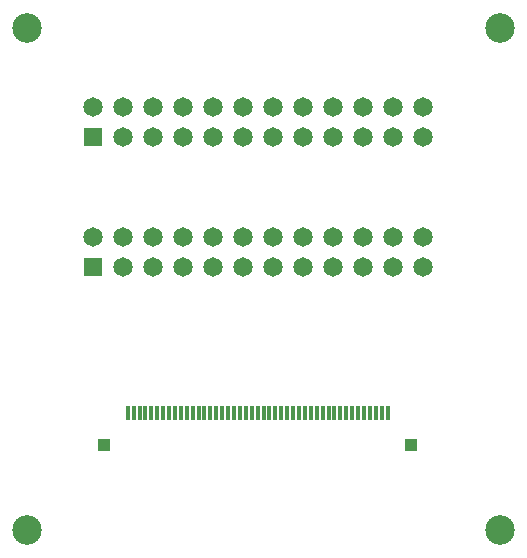
<source format=gbr>
%TF.GenerationSoftware,Altium Limited,Altium Designer,23.2.1 (34)*%
G04 Layer_Color=255*
%FSLAX45Y45*%
%MOMM*%
%TF.SameCoordinates,7D16A08E-AD26-414A-B05A-F9FA4662990C*%
%TF.FilePolarity,Positive*%
%TF.FileFunction,Pads,Top*%
%TF.Part,Single*%
G01*
G75*
%TA.AperFunction,SMDPad,CuDef*%
%ADD10R,1.00000X1.00000*%
%ADD11R,0.30000X1.20000*%
%TA.AperFunction,ComponentPad*%
%ADD13C,1.65000*%
%ADD14R,1.65000X1.65000*%
%TA.AperFunction,ViaPad*%
%ADD15C,2.50000*%
D10*
X5999998Y3467882D02*
D03*
X3399999D02*
D03*
D11*
X5799999Y3742878D02*
D03*
X5750001D02*
D03*
X5699999D02*
D03*
X5650002D02*
D03*
X5599999D02*
D03*
X5550002D02*
D03*
X5499999D02*
D03*
X5450002D02*
D03*
X5400000D02*
D03*
X5350002D02*
D03*
X5300000D02*
D03*
X5250002D02*
D03*
X5200000D02*
D03*
X5150003D02*
D03*
X5100000D02*
D03*
X5050003D02*
D03*
X5000000D02*
D03*
X4950003D02*
D03*
X4900001D02*
D03*
X4850003D02*
D03*
X4800001D02*
D03*
X4749998D02*
D03*
X4700001D02*
D03*
X4649999D02*
D03*
X4600001D02*
D03*
X4549999D02*
D03*
X4500001D02*
D03*
X4449999D02*
D03*
X4400002D02*
D03*
X4349999D02*
D03*
X4300002D02*
D03*
X4249999D02*
D03*
X4200002D02*
D03*
X4150000D02*
D03*
X4100002D02*
D03*
X4050000D02*
D03*
X4000002D02*
D03*
X3950000D02*
D03*
X3900003D02*
D03*
X3850000D02*
D03*
X3800003D02*
D03*
X3750000D02*
D03*
X3700003D02*
D03*
X3650001D02*
D03*
X3600003D02*
D03*
D13*
X6097006Y6332382D02*
D03*
X5843006D02*
D03*
X6097006Y6078382D02*
D03*
X5843006D02*
D03*
X5335006Y6332382D02*
D03*
Y6078382D02*
D03*
X4827006Y6332382D02*
D03*
Y6078382D02*
D03*
X4065006Y6332382D02*
D03*
Y6078382D02*
D03*
X3811006Y6332382D02*
D03*
Y6078382D02*
D03*
X3303006Y6332382D02*
D03*
X3557006Y6078382D02*
D03*
Y6332382D02*
D03*
X4319006Y6078382D02*
D03*
Y6332382D02*
D03*
X4573006Y6078382D02*
D03*
Y6332382D02*
D03*
X5081006Y6078382D02*
D03*
Y6332382D02*
D03*
X5589006Y6078382D02*
D03*
Y6332382D02*
D03*
X6097001Y5232374D02*
D03*
X5843001D02*
D03*
X6097001Y4978374D02*
D03*
X5843001D02*
D03*
X5335001Y5232374D02*
D03*
Y4978374D02*
D03*
X4827001Y5232374D02*
D03*
Y4978374D02*
D03*
X4065001Y5232374D02*
D03*
Y4978374D02*
D03*
X3811001Y5232374D02*
D03*
Y4978374D02*
D03*
X3303001Y5232374D02*
D03*
X3557001Y4978374D02*
D03*
Y5232374D02*
D03*
X4319001Y4978374D02*
D03*
Y5232374D02*
D03*
X4573001Y4978374D02*
D03*
Y5232374D02*
D03*
X5081001Y4978374D02*
D03*
Y5232374D02*
D03*
X5589001Y4978374D02*
D03*
Y5232374D02*
D03*
D14*
X3303006Y6078382D02*
D03*
X3303001Y4978374D02*
D03*
D15*
X2750000Y7000000D02*
D03*
X6750000D02*
D03*
Y2750000D02*
D03*
X2750000D02*
D03*
%TF.MD5,3acd3fce813a5f49a5611ffb8c6c6489*%
M02*

</source>
